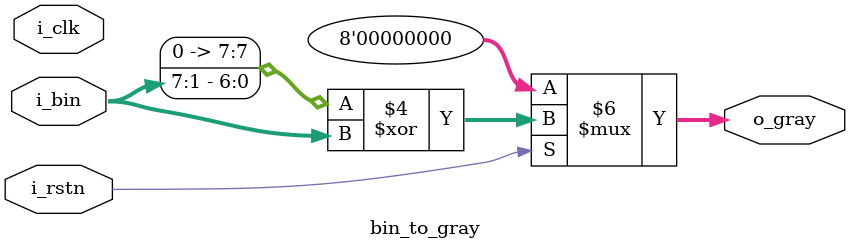
<source format=v>
module bin_to_gray
#(
	parameter	NBIT	= 8								//input data size
)(
	output reg	[NBIT-1 : 0]	o_gray,
	input		[NBIT-1 : 0]	i_bin,
	input						i_clk,
	input						i_rstn
);

	always @(*) begin
		if(!i_rstn) begin
			o_gray <= 0;								//RESET
		end else begin
			o_gray <= (i_bin >> 1) ^ i_bin;
		end
	end

endmodule


</source>
